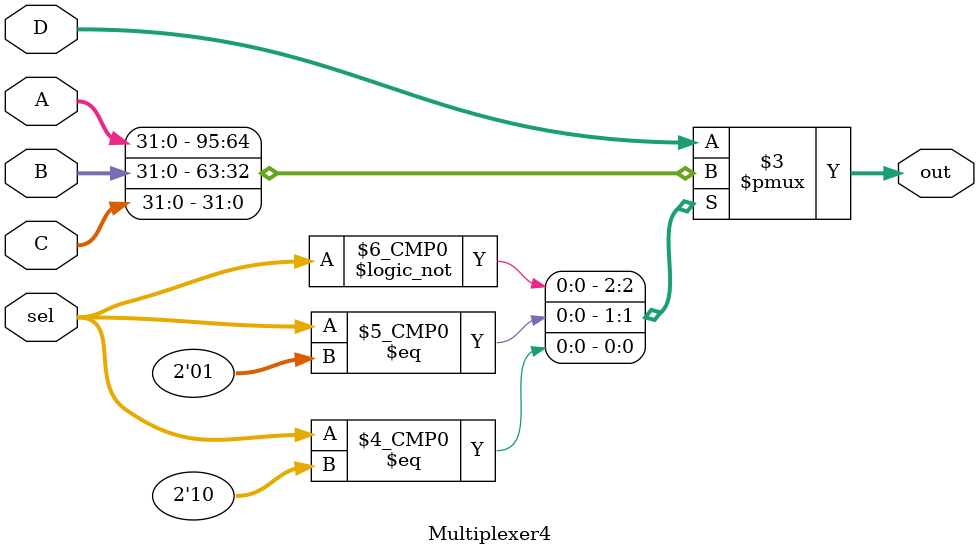
<source format=v>

module Multiplexer4 (
    input  [31:0] A, 
    input  [31:0] B,
	 input  [31:0] C,
	 input  [31:0] D,
    input  [1:0]sel, 
    output reg [31:0] out
);
always @(*) begin
    case(sel)
        2'b00: out = A;
        2'b01: out = B;
        2'b10: out = C;
        default: out = D;
    endcase
end
endmodule
</source>
